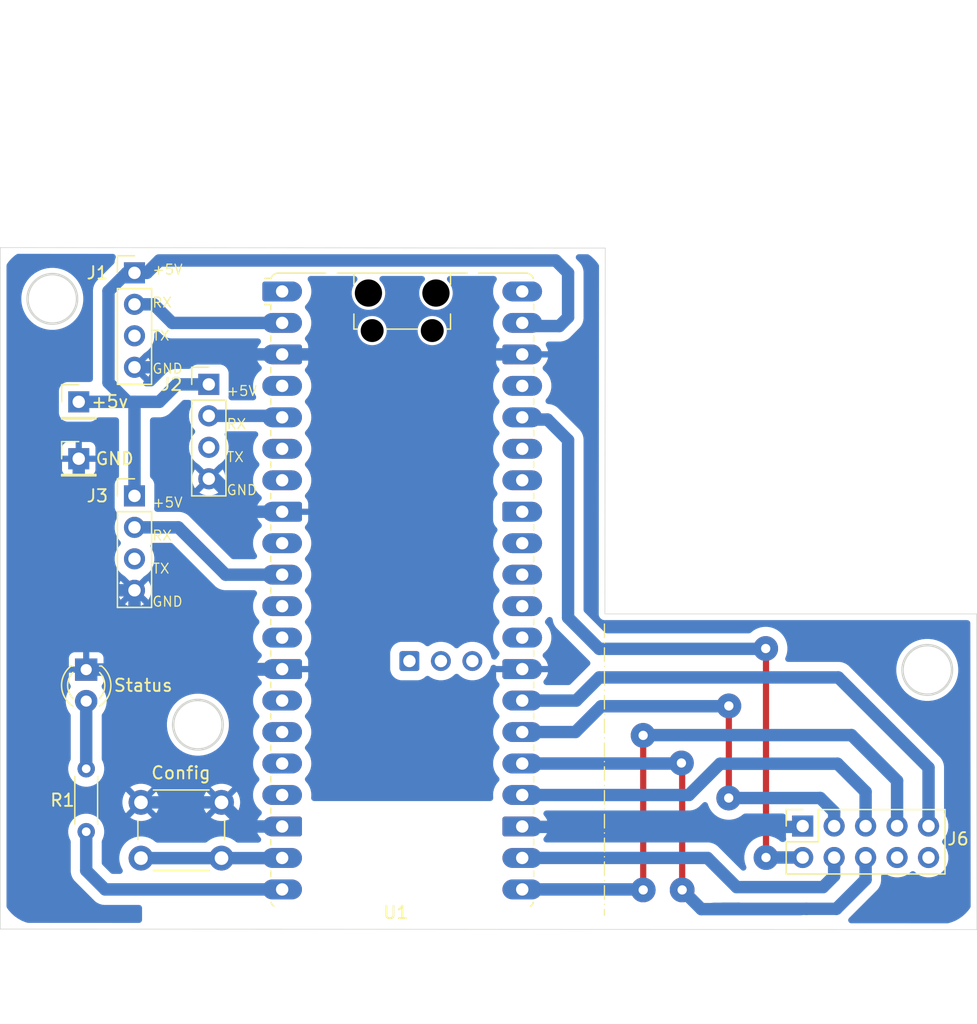
<source format=kicad_pcb>
(kicad_pcb (version 20241229) (generator "pcbnew") (generator_version "9.0")
  (layers (0 "F.Cu" signal) (2 "B.Cu" signal) (13 "F.Paste" user) (15 "B.Paste" user) (5 "F.SilkS" user "F.Silkscreen") (7 "B.SilkS" user "B.Silkscreen") (1 "F.Mask" user) (3 "B.Mask" user) (25 "Edge.Cuts" user))
  (net 0 "")
  (net 1 "/UART1_TX")
  (net 2 "/UART3_RX")
  (net 3 "GND")
  (net 4 "/UART3_TX")
  (net 5 "/UART0_RX")
  (net 6 "/UART0_TX")
  (net 7 "/UART2_RX")
  (net 8 "/UART2_TX")
  (net 9 "+5V")
  (net 10 "/UART1_RX")
  (net 13 "Net-(D1-A)")
  (net 14 "Net-(U1-3V3)")
  (net 15 "Net-(U1-GPIO21)")
  (net 16 "Net-(U1-GPIO19)")
  (net 17 "Net-(U1-GPIO20)")
  (net 18 "Net-(U1-GPIO17)")
  (net 19 "Net-(U1-GPIO16)")
  (net 20 "Net-(U1-GPIO18)")
  (net 21 "Net-(U1-GPIO15)")
  (net 22 "Net-(U1-GPIO14)")
  (footprint "Connector_PinHeader_2.54mm:PinHeader_1x04_P2.54mm_Vertical" (layer "F.Cu") (at 112 100)
    (property "Reference" "J3" (at -3 0 0) (layer "F.SilkS"))
    (property "Value" "Conn_01x04_Pin")
    (fp_line (start -1.38 -1.38) (end 0 -1.38) (stroke (width 0.12)) (layer "F.SilkS"))
    (fp_line (start -1.38 0) (end -1.38 -1.38) (stroke (width 0.12)) (layer "F.SilkS"))
    (fp_line (start -1.38 1.27) (end -1.38 9) (stroke (width 0.12)) (layer "F.SilkS"))
    (fp_line (start -1.38 1.27) (end 1.38 1.27) (stroke (width 0.12)) (layer "F.SilkS"))
    (fp_line (start -1.38 9) (end 1.38 9) (stroke (width 0.12)) (layer "F.SilkS"))
    (fp_line (start 1.38 1.27) (end 1.38 9) (stroke (width 0.12)) (layer "F.SilkS"))
    (pad "1" thru_hole rect (at 0 0) (size 1.7 1.7) (drill 1) (layers "*.Cu" "*.Mask") (net 9 "+5V"))
    (pad "2" thru_hole circle (at 0 2.54) (size 1.7 1.7) (drill 1) (layers "*.Cu" "*.Mask") (net 2 "/UART3_RX"))
    (pad "3" thru_hole circle (at 0 5.08) (size 1.7 1.7) (drill 1) (layers "*.Cu" "*.Mask"))
    (pad "4" thru_hole circle (at 0 7.62) (size 1.7 1.7) (drill 1) (layers "*.Cu" "*.Mask") (net 3 "GND"))
  )
  (footprint "Connector_PinHeader_2.54mm:PinHeader_1x04_P2.54mm_Vertical" (layer "F.Cu") (at 112 82)
    (property "Reference" "J1" (at -3 0 0) (layer "F.SilkS"))
    (property "Value" "Conn_01x04_Pin")
    (fp_line (start -1.38 -1.38) (end 0 -1.38) (stroke (width 0.12)) (layer "F.SilkS"))
    (fp_line (start -1.38 0) (end -1.38 -1.38) (stroke (width 0.12)) (layer "F.SilkS"))
    (fp_line (start -1.38 1.27) (end -1.38 9) (stroke (width 0.12)) (layer "F.SilkS"))
    (fp_line (start -1.38 1.27) (end 1.38 1.27) (stroke (width 0.12)) (layer "F.SilkS"))
    (fp_line (start -1.38 9) (end 1.38 9) (stroke (width 0.12)) (layer "F.SilkS"))
    (fp_line (start 1.38 1.27) (end 1.38 9) (stroke (width 0.12)) (layer "F.SilkS"))
    (pad "1" thru_hole rect (at 0 0) (size 1.7 1.7) (drill 1) (layers "*.Cu" "*.Mask") (net 9 "+5V"))
    (pad "2" thru_hole circle (at 0 2.54) (size 1.7 1.7) (drill 1) (layers "*.Cu" "*.Mask") (net 5 "/UART0_RX"))
    (pad "3" thru_hole circle (at 0 5.08) (size 1.7 1.7) (drill 1) (layers "*.Cu" "*.Mask"))
    (pad "4" thru_hole circle (at 0 7.62) (size 1.7 1.7) (drill 1) (layers "*.Cu" "*.Mask") (net 3 "GND"))
  )
  (footprint "Button_Switch_THT:SW_PUSH_6mm" (layer "F.Cu") (at 112.5244 124.7352)
    (property "Reference" "SW1" (hide yes))
    (property "Value" "Config" (at 3.2234 -2.3834 180) (layer "F.SilkS"))
    (fp_line (start -0.25 1.5) (end -0.25 3) (stroke (width 0.12)) (layer "F.SilkS"))
    (fp_line (start 1 5.5) (end 5.5 5.5) (stroke (width 0.12)) (layer "F.SilkS"))
    (fp_line (start 5.5 -1) (end 1 -1) (stroke (width 0.12)) (layer "F.SilkS"))
    (fp_line (start 6.75 3) (end 6.75 1.5) (stroke (width 0.12)) (layer "F.SilkS"))
    (pad "1" thru_hole circle (at 0 0 90) (size 2 2) (drill 1.1) (layers "*.Cu" "*.Mask") (net 3 "GND"))
    (pad "1" thru_hole circle (at 6.5 0 90) (size 2 2) (drill 1.1) (layers "*.Cu" "*.Mask") (net 3 "GND"))
    (pad "2" thru_hole circle (at 0 4.5 90) (size 2 2) (drill 1.1) (layers "*.Cu" "*.Mask") (net 22 "Net-(U1-GPIO14)"))
    (pad "2" thru_hole circle (at 6.5 4.5 90) (size 2 2) (drill 1.1) (layers "*.Cu" "*.Mask") (net 22 "Net-(U1-GPIO14)"))
  )
  (footprint "Connector_PinSocket_2.54mm:PinSocket_2x05_P2.54mm_Vertical" (layer "F.Cu") (at 165.9382 126.6444 90)
    (property "Reference" "J6" (at -1.04 12.54 180) (layer "F.SilkS"))
    (property "Value" "Conn_02x05_Top_Bottom")
    (fp_line (start 1.33 -1.33) (end 1.33 0) (stroke (width 0.12)) (layer "F.SilkS"))
    (fp_line (start 0 -1.33) (end 1.33 -1.33) (stroke (width 0.12)) (layer "F.SilkS"))
    (fp_line (start -1.27 -1.33) (end -1.27 1.27) (stroke (width 0.12)) (layer "F.SilkS"))
    (fp_line (start -3.87 -1.33) (end -1.27 -1.33) (stroke (width 0.12)) (layer "F.SilkS"))
    (fp_line (start -3.87 -1.33) (end -3.87 11.49) (stroke (width 0.12)) (layer "F.SilkS"))
    (fp_line (start 1.33 1.27) (end 1.33 11.49) (stroke (width 0.12)) (layer "F.SilkS"))
    (fp_line (start -1.27 1.27) (end 1.33 1.27) (stroke (width 0.12)) (layer "F.SilkS"))
    (fp_line (start -3.87 11.49) (end 1.33 11.49) (stroke (width 0.12)) (layer "F.SilkS"))
    (pad "CLKOUT" thru_hole circle (at -2.54 10.16 90) (size 1.7 1.7) (drill 1) (layers "*.Cu" "*.Mask"))
    (pad "CS" thru_hole circle (at -2.54 2.54 90) (size 1.7 1.7) (drill 1) (layers "*.Cu" "*.Mask") (net 18 "Net-(U1-GPIO17)"))
    (pad "GND" thru_hole rect (at 0 0 90) (size 1.7 1.7) (drill 1) (layers "*.Cu" "*.Mask") (net 3 "GND"))
    (pad "INT" thru_hole circle (at 0 10.16 90) (size 1.7 1.7) (drill 1) (layers "*.Cu" "*.Mask") (net 15 "Net-(U1-GPIO21)"))
    (pad "RESET" thru_hole circle (at 0 2.54 90) (size 1.7 1.7) (drill 1) (layers "*.Cu" "*.Mask") (net 17 "Net-(U1-GPIO20)"))
    (pad "SCK" thru_hole circle (at 0 5.08 90) (size 1.7 1.7) (drill 1) (layers "*.Cu" "*.Mask") (net 20 "Net-(U1-GPIO18)"))
    (pad "SI" thru_hole circle (at -2.54 5.08 90) (size 1.7 1.7) (drill 1) (layers "*.Cu" "*.Mask") (net 16 "Net-(U1-GPIO19)"))
    (pad "SO" thru_hole circle (at 0 7.62 90) (size 1.7 1.7) (drill 1) (layers "*.Cu" "*.Mask") (net 19 "Net-(U1-GPIO16)"))
    (pad "VCC" thru_hole circle (at -2.54 0 90) (size 1.7 1.7) (drill 1) (layers "*.Cu" "*.Mask") (net 14 "Net-(U1-3V3)"))
    (pad "WOL" thru_hole circle (at -2.54 7.62 90) (size 1.7 1.7) (drill 1) (layers "*.Cu" "*.Mask"))
  )
  (footprint "Connector_PinHeader_2.54mm:PinHeader_1x01_P2.54mm_Vertical" (layer "F.Cu") (at 107.5 92.41)
    (property "Reference" "+5v" (at 2.5 -0.01 0) (layer "F.SilkS"))
    (property "Value" "OUT+")
    (fp_line (start -1.38 -1.38) (end 0 -1.38) (stroke (width 0.12)) (layer "F.SilkS"))
    (fp_line (start -1.38 0) (end -1.38 -1.38) (stroke (width 0.12)) (layer "F.SilkS"))
    (fp_line (start -1.38 1.27) (end -1.38 1.38) (stroke (width 0.12)) (layer "F.SilkS"))
    (fp_line (start -1.38 1.27) (end 1.38 1.27) (stroke (width 0.12)) (layer "F.SilkS"))
    (fp_line (start -1.38 1.38) (end 1.38 1.38) (stroke (width 0.12)) (layer "F.SilkS"))
    (fp_line (start 1.38 1.27) (end 1.38 1.38) (stroke (width 0.12)) (layer "F.SilkS"))
    (pad "1" thru_hole rect (at 0 0) (size 1.7 1.7) (drill 1) (layers "*.Cu" "*.Mask") (net 9 "+5V"))
  )
  (footprint "Module:RaspberryPi_Pico_W_SMD_HandSolder" (layer "F.Cu") (at 133.61 107.63)
    (property "Reference" "U1" (at -1.61 26 0) (layer "F.SilkS") (effects (justify left)))
    (property "Value" "RaspberryPi_Pico_W")
    (fp_line (start -10.61 -23.07) (end -11.09 -23.07) (stroke (width 0.12)) (layer "F.SilkS"))
    (fp_line (start -10.61 -23.07) (end -10.61 -22.65) (stroke (width 0.12)) (layer "F.SilkS"))
    (fp_line (start -10.61 -20.53) (end -10.61 -20.11) (stroke (width 0.12)) (layer "F.SilkS"))
    (fp_line (start -10.61 -17.99) (end -10.61 -17.57) (stroke (width 0.12)) (layer "F.SilkS"))
    (fp_line (start -10.61 -15.45) (end -10.61 -15.03) (stroke (width 0.12)) (layer "F.SilkS"))
    (fp_line (start -10.61 -12.91) (end -10.61 -12.49) (stroke (width 0.12)) (layer "F.SilkS"))
    (fp_line (start -10.61 -10.37) (end -10.61 -9.95) (stroke (width 0.12)) (layer "F.SilkS"))
    (fp_line (start -10.61 -7.83) (end -10.61 -7.41) (stroke (width 0.12)) (layer "F.SilkS"))
    (fp_line (start -10.61 -5.29) (end -10.61 -4.87) (stroke (width 0.12)) (layer "F.SilkS"))
    (fp_line (start -10.61 -2.75) (end -10.61 -2.33) (stroke (width 0.12)) (layer "F.SilkS"))
    (fp_line (start -10.61 -0.21) (end -10.61 0.21) (stroke (width 0.12)) (layer "F.SilkS"))
    (fp_line (start -10.61 2.33) (end -10.61 2.75) (stroke (width 0.12)) (layer "F.SilkS"))
    (fp_line (start -10.61 4.87) (end -10.61 5.29) (stroke (width 0.12)) (layer "F.SilkS"))
    (fp_line (start -10.61 7.41) (end -10.61 7.83) (stroke (width 0.12)) (layer "F.SilkS"))
    (fp_line (start -10.61 9.95) (end -10.61 10.37) (stroke (width 0.12)) (layer "F.SilkS"))
    (fp_line (start -10.61 12.49) (end -10.61 12.91) (stroke (width 0.12)) (layer "F.SilkS"))
    (fp_line (start -10.61 15.03) (end -10.61 15.45) (stroke (width 0.12)) (layer "F.SilkS"))
    (fp_line (start -10.61 17.57) (end -10.61 17.99) (stroke (width 0.12)) (layer "F.SilkS"))
    (fp_line (start -10.61 20.11) (end -10.61 20.53) (stroke (width 0.12)) (layer "F.SilkS"))
    (fp_line (start -10.61 22.65) (end -10.61 23.07) (stroke (width 0.12)) (layer "F.SilkS"))
    (fp_line (start -10.579676 -25.19) (end -11.09 -25.19) (stroke (width 0.12)) (layer "F.SilkS"))
    (fp_line (start -10 -25.61) (end -7.51 -25.61) (stroke (width 0.12)) (layer "F.SilkS"))
    (fp_line (start -7.51 -25.61) (end -6.16206 -25.61) (stroke (width 0.12)) (layer "F.SilkS"))
    (fp_line (start -5.237939 -25.61) (end -4.235 -25.61) (stroke (width 0.12)) (layer "F.SilkS"))
    (fp_line (start -4.235 -25.61) (end 4.235 -25.61) (stroke (width 0.12)) (layer "F.SilkS"))
    (fp_line (start -3.9 -25.61) (end -3.9 -24.694) (stroke (width 0.12)) (layer "F.SilkS"))
    (fp_line (start -3.9 -22.306) (end -3.9 -21.09) (stroke (width 0.12)) (layer "F.SilkS"))
    (fp_line (start -3.9 -21.09) (end -3.60391 -21.09) (stroke (width 0.12)) (layer "F.SilkS"))
    (fp_line (start -1.24609 -21.09) (end 1.24609 -21.09) (stroke (width 0.12)) (layer "F.SilkS"))
    (fp_line (start 3.60391 -21.09) (end 3.9 -21.09) (stroke (width 0.12)) (layer "F.SilkS"))
    (fp_line (start 3.9 -25.61) (end 3.9 -24.694) (stroke (width 0.12)) (layer "F.SilkS"))
    (fp_line (start 3.9 -22.306) (end 3.9 -21.09) (stroke (width 0.12)) (layer "F.SilkS"))
    (fp_line (start 4.235 -25.61) (end 5.237939 -25.61) (stroke (width 0.12)) (layer "F.SilkS"))
    (fp_line (start 6.162061 -25.61) (end 7.51 -25.61) (stroke (width 0.12)) (layer "F.SilkS"))
    (fp_line (start 10 -25.61) (end 7.51 -25.61) (stroke (width 0.12)) (layer "F.SilkS"))
    (fp_line (start 10.61 -23.07) (end 10.61 -22.65) (stroke (width 0.12)) (layer "F.SilkS"))
    (fp_line (start 10.61 -20.53) (end 10.61 -20.11) (stroke (width 0.12)) (layer "F.SilkS"))
    (fp_line (start 10.61 -17.99) (end 10.61 -17.57) (stroke (width 0.12)) (layer "F.SilkS"))
    (fp_line (start 10.61 -15.45) (end 10.61 -15.03) (stroke (width 0.12)) (layer "F.SilkS"))
    (fp_line (start 10.61 -12.91) (end 10.61 -12.49) (stroke (width 0.12)) (layer "F.SilkS"))
    (fp_line (start 10.61 -10.37) (end 10.61 -9.95) (stroke (width 0.12)) (layer "F.SilkS"))
    (fp_line (start 10.61 -7.83) (end 10.61 -7.41) (stroke (width 0.12)) (layer "F.SilkS"))
    (fp_line (start 10.61 -5.29) (end 10.61 -4.87) (stroke (width 0.12)) (layer "F.SilkS"))
    (fp_line (start 10.61 -2.75) (end 10.61 -2.33) (stroke (width 0.12)) (layer "F.SilkS"))
    (fp_line (start 10.61 -0.21) (end 10.61 0.21) (stroke (width 0.12)) (layer "F.SilkS"))
    (fp_line (start 10.61 2.33) (end 10.61 2.75) (stroke (width 0.12)) (layer "F.SilkS"))
    (fp_line (start 10.61 4.87) (end 10.61 5.29) (stroke (width 0.12)) (layer "F.SilkS"))
    (fp_line (start 10.61 7.41) (end 10.61 7.83) (stroke (width 0.12)) (layer "F.SilkS"))
    (fp_line (start 10.61 9.95) (end 10.61 10.37) (stroke (width 0.12)) (layer "F.SilkS"))
    (fp_line (start 10.61 12.49) (end 10.61 12.91) (stroke (width 0.12)) (layer "F.SilkS"))
    (fp_line (start 10.61 15.03) (end 10.61 15.45) (stroke (width 0.12)) (layer "F.SilkS"))
    (fp_line (start 10.61 17.57) (end 10.61 17.99) (stroke (width 0.12)) (layer "F.SilkS"))
    (fp_line (start 10.61 20.11) (end 10.61 20.53) (stroke (width 0.12)) (layer "F.SilkS"))
    (fp_line (start 10.61 22.65) (end 10.61 23.07) (stroke (width 0.12)) (layer "F.SilkS"))
    (fp_arc (start -10.579676 -25.19) (mid -10.357938 -25.493944) (end -10 -25.61) (stroke (width 0.12)) (layer "F.SilkS"))
    (fp_arc (start -10.363318 25.49) (mid -10.494791 25.356765) (end -10.579676 25.189937) (stroke (width 0.12)) (layer "F.SilkS"))
    (fp_arc (start 10 -25.61) (mid 10.357937 -25.493944) (end 10.579676 -25.189937) (stroke (width 0.12)) (layer "F.SilkS"))
    (fp_arc (start 10.579676 25.189937) (mid 10.494803 25.356773) (end 10.363318 25.49) (stroke (width 0.12)) (layer "F.SilkS"))
    (pad "" smd rect (at -8.89 -24.13) (size 3.8 2.2) (drill (offset -0.8 0)) (layers "F.Paste"))
    (pad "" smd rect (at -8.89 -21.59) (size 3.8 2.2) (drill (offset -0.8 0)) (layers "F.Paste"))
    (pad "" smd rect (at -8.89 -19.05) (size 3.8 2.2) (drill (offset -0.8 0)) (layers "F.Paste"))
    (pad "" smd rect (at -8.89 -16.51) (size 3.8 2.2) (drill (offset -0.8 0)) (layers "F.Paste"))
    (pad "" smd rect (at -8.89 -13.97) (size 3.8 2.2) (drill (offset -0.8 0)) (layers "F.Paste"))
    (pad "" smd rect (at -8.89 -11.43) (size 3.8 2.2) (drill (offset -0.8 0)) (layers "F.Paste"))
    (pad "" smd rect (at -8.89 -8.89) (size 3.8 2.2) (drill (offset -0.8 0)) (layers "F.Paste"))
    (pad "" smd rect (at -8.89 -6.35) (size 3.8 2.2) (drill (offset -0.8 0)) (layers "F.Paste"))
    (pad "" smd rect (at -8.89 -3.81) (size 3.8 2.2) (drill (offset -0.8 0)) (layers "F.Paste"))
    (pad "" smd rect (at -8.89 -1.27) (size 3.8 2.2) (drill (offset -0.8 0)) (layers "F.Paste"))
    (pad "" smd rect (at -8.89 1.27) (size 3.8 2.2) (drill (offset -0.8 0)) (layers "F.Paste"))
    (pad "" smd rect (at -8.89 3.81) (size 3.8 2.2) (drill (offset -0.8 0)) (layers "F.Paste"))
    (pad "" smd rect (at -8.89 6.35) (size 3.8 2.2) (drill (offset -0.8 0)) (layers "F.Paste"))
    (pad "" smd rect (at -8.89 8.89) (size 3.8 2.2) (drill (offset -0.8 0)) (layers "F.Paste"))
    (pad "" smd rect (at -8.89 11.43) (size 3.8 2.2) (drill (offset -0.8 0)) (layers "F.Paste"))
    (pad "" smd rect (at -8.89 13.97) (size 3.8 2.2) (drill (offset -0.8 0)) (layers "F.Paste"))
    (pad "" smd rect (at -8.89 16.51) (size 3.8 2.2) (drill (offset -0.8 0)) (layers "F.Paste"))
    (pad "" smd rect (at -8.89 19.05) (size 3.8 2.2) (drill (offset -0.8 0)) (layers "F.Paste"))
    (pad "" smd rect (at -8.89 21.59) (size 3.8 2.2) (drill (offset -0.8 0)) (layers "F.Paste"))
    (pad "" smd rect (at -8.89 24.13) (size 3.8 2.2) (drill (offset -0.8 0)) (layers "F.Paste"))
    (pad "" np_thru_hole circle (at -2.725 -24) (size 2.2 2.2) (drill 2.2) (layers "*.Mask"))
    (pad "" np_thru_hole circle (at -2.425 -20.97) (size 1.85 1.85) (drill 1.85) (layers "*.Mask"))
    (pad "" np_thru_hole circle (at 2.425 -20.97) (size 1.85 1.85) (drill 1.85) (layers "*.Mask"))
    (pad "" np_thru_hole circle (at 2.725 -24) (size 2.2 2.2) (drill 2.2) (layers "*.Mask"))
    (pad "" smd rect (at 8.89 -24.13) (size 3.8 2.2) (drill (offset 0.8 0)) (layers "F.Paste"))
    (pad "" smd rect (at 8.89 -21.59) (size 3.8 2.2) (drill (offset 0.8 0)) (layers "F.Paste"))
    (pad "" smd rect (at 8.89 -19.05) (size 3.8 2.2) (drill (offset 0.8 0)) (layers "F.Paste"))
    (pad "" smd rect (at 8.89 -16.51) (size 3.8 2.2) (drill (offset 0.8 0)) (layers "F.Paste"))
    (pad "" smd rect (at 8.89 -13.97) (size 3.8 2.2) (drill (offset 0.8 0)) (layers "F.Paste"))
    (pad "" smd rect (at 8.89 -11.43) (size 3.8 2.2) (drill (offset 0.8 0)) (layers "F.Paste"))
    (pad "" smd rect (at 8.89 -8.89) (size 3.8 2.2) (drill (offset 0.8 0)) (layers "F.Paste"))
    (pad "" smd rect (at 8.89 -6.35) (size 3.8 2.2) (drill (offset 0.8 0)) (layers "F.Paste"))
    (pad "" smd rect (at 8.89 -3.81) (size 3.8 2.2) (drill (offset 0.8 0)) (layers "F.Paste"))
    (pad "" smd rect (at 8.89 -1.27) (size 3.8 2.2) (drill (offset 0.8 0)) (layers "F.Paste"))
    (pad "" smd rect (at 8.89 1.27) (size 3.8 2.2) (drill (offset 0.8 0)) (layers "F.Paste"))
    (pad "" smd rect (at 8.89 3.81) (size 3.8 2.2) (drill (offset 0.8 0)) (layers "F.Paste"))
    (pad "" smd rect (at 8.89 6.35) (size 3.8 2.2) (drill (offset 0.8 0)) (layers "F.Paste"))
    (pad "" smd rect (at 8.89 8.89) (size 3.8 2.2) (drill (offset 0.8 0)) (layers "F.Paste"))
    (pad "" smd rect (at 8.89 11.43) (size 3.8 2.2) (drill (offset 0.8 0)) (layers "F.Paste"))
    (pad "" smd rect (at 8.89 13.97) (size 3.8 2.2) (drill (offset 0.8 0)) (layers "F.Paste"))
    (pad "" smd rect (at 8.89 16.51) (size 3.8 2.2) (drill (offset 0.8 0)) (layers "F.Paste"))
    (pad "" smd rect (at 8.89 19.05) (size 3.8 2.2) (drill (offset 0.8 0)) (layers "F.Paste"))
    (pad "" smd rect (at 8.89 21.59) (size 3.8 2.2) (drill (offset 0.8 0)) (layers "F.Paste"))
    (pad "" smd rect (at 8.89 24.13) (size 3.8 2.2) (drill (offset 0.8 0)) (layers "F.Paste"))
    (pad "1" thru_hole custom (at -9.69 -24.13) (size 1.6 0.8) (drill 1) (layers "*.Cu" "F.Mask") (net 6 "/UART0_TX") (options (clearance outline) (anchor rect)) (primitives (gr_circle (center 0.8 0) (end 1.6 0) (width 0) (fill yes)) (gr_poly (pts (xy -1.6 -0.6) (xy -1.6 0.6) (xy -1.4 0.8) (xy 0.8 0.8) (xy 0.8 -0.8) (xy -1.4 -0.8)) (width 0) (fill yes)) (gr_circle (center -1.4 -0.6) (end -1.2 -0.6) (width 0) (fill yes)) (gr_circle (center -1.4 0.6) (end -1.2 0.6) (width 0) (fill yes))))
    (pad "2" thru_hole roundrect (at -9.69 -21.59) (size 3.2 1.6) (drill 1) (layers "*.Cu" "F.Mask") (roundrect_rratio 0.5) (net 5 "/UART0_RX"))
    (pad "3" thru_hole custom (at -9.69 -19.05) (size 1.6 0.8) (drill 1) (layers "*.Cu" "F.Mask") (net 3 "GND") (options (clearance outline) (anchor rect)) (primitives (gr_circle (center -0.8 0) (end 0 0) (width 0) (fill yes)) (gr_poly (pts (xy 1.6 -0.6) (xy 1.6 0.6) (xy 1.4 0.8) (xy -0.8 0.8) (xy -0.8 -0.8) (xy 1.4 -0.8)) (width 0) (fill yes)) (gr_circle (center 1.4 -0.6) (end 1.6 -0.6) (width 0) (fill yes)) (gr_circle (center 1.4 0.6) (end 1.6 0.6) (width 0) (fill yes))))
    (pad "4" thru_hole roundrect (at -9.69 -16.51) (size 3.2 1.6) (drill 1) (layers "*.Cu" "F.Mask") (roundrect_rratio 0.5) (net 8 "/UART2_TX"))
    (pad "5" thru_hole roundrect (at -9.69 -13.97) (size 3.2 1.6) (drill 1) (layers "*.Cu" "F.Mask") (roundrect_rratio 0.5) (net 7 "/UART2_RX"))
    (pad "6" thru_hole roundrect (at -9.69 -11.43) (size 3.2 1.6) (drill 1) (layers "*.Cu" "F.Mask") (roundrect_rratio 0.5) (net 1 "/UART1_TX"))
    (pad "7" thru_hole roundrect (at -9.69 -8.89) (size 3.2 1.6) (drill 1) (layers "*.Cu" "F.Mask") (roundrect_rratio 0.5) (net 10 "/UART1_RX"))
    (pad "8" thru_hole custom (at -9.69 -6.35) (size 1.6 0.8) (drill 1) (layers "*.Cu" "F.Mask") (net 3 "GND") (options (clearance outline) (anchor rect)) (primitives (gr_circle (center -0.8 0) (end 0 0) (width 0) (fill yes)) (gr_poly (pts (xy 1.6 -0.6) (xy 1.6 0.6) (xy 1.4 0.8) (xy -0.8 0.8) (xy -0.8 -0.8) (xy 1.4 -0.8)) (width 0) (fill yes)) (gr_circle (center 1.4 -0.6) (end 1.6 -0.6) (width 0) (fill yes)) (gr_circle (center 1.4 0.6) (end 1.6 0.6) (width 0) (fill yes))))
    (pad "9" thru_hole roundrect (at -9.69 -3.81) (size 3.2 1.6) (drill 1) (layers "*.Cu" "F.Mask") (roundrect_rratio 0.5) (net 4 "/UART3_TX"))
    (pad "10" thru_hole roundrect (at -9.69 -1.27) (size 3.2 1.6) (drill 1) (layers "*.Cu" "F.Mask") (roundrect_rratio 0.5) (net 2 "/UART3_RX"))
    (pad "11" thru_hole roundrect (at -9.69 1.27) (size 3.2 1.6) (drill 1) (layers "*.Cu" "F.Mask") (roundrect_rratio 0.5))
    (pad "12" thru_hole roundrect (at -9.69 3.81) (size 3.2 1.6) (drill 1) (layers "*.Cu" "F.Mask") (roundrect_rratio 0.5))
    (pad "13" thru_hole custom (at -9.69 6.35) (size 1.6 0.8) (drill 1) (layers "*.Cu" "F.Mask") (net 3 "GND") (options (clearance outline) (anchor rect)) (primitives (gr_circle (center -0.8 0) (end 0 0) (width 0) (fill yes)) (gr_poly (pts (xy 1.6 -0.6) (xy 1.6 0.6) (xy 1.4 0.8) (xy -0.8 0.8) (xy -0.8 -0.8) (xy 1.4 -0.8)) (width 0) (fill yes)) (gr_circle (center 1.4 -0.6) (end 1.6 -0.6) (width 0) (fill yes)) (gr_circle (center 1.4 0.6) (end 1.6 0.6) (width 0) (fill yes))))
    (pad "14" thru_hole roundrect (at -9.69 8.89) (size 3.2 1.6) (drill 1) (layers "*.Cu" "F.Mask") (roundrect_rratio 0.5))
    (pad "15" thru_hole roundrect (at -9.69 11.43) (size 3.2 1.6) (drill 1) (layers "*.Cu" "F.Mask") (roundrect_rratio 0.5))
    (pad "16" thru_hole roundrect (at -9.69 13.97) (size 3.2 1.6) (drill 1) (layers "*.Cu" "F.Mask") (roundrect_rratio 0.5))
    (pad "17" thru_hole roundrect (at -9.69 16.51) (size 3.2 1.6) (drill 1) (layers "*.Cu" "F.Mask") (roundrect_rratio 0.5))
    (pad "18" thru_hole custom (at -9.69 19.05) (size 1.6 0.8) (drill 1) (layers "*.Cu" "F.Mask") (net 3 "GND") (options (clearance outline) (anchor rect)) (primitives (gr_circle (center -0.8 0) (end 0 0) (width 0) (fill yes)) (gr_poly (pts (xy 1.6 -0.6) (xy 1.6 0.6) (xy 1.4 0.8) (xy -0.8 0.8) (xy -0.8 -0.8) (xy 1.4 -0.8)) (width 0) (fill yes)) (gr_circle (center 1.4 -0.6) (end 1.6 -0.6) (width 0) (fill yes)) (gr_circle (center 1.4 0.6) (end 1.6 0.6) (width 0) (fill yes))))
    (pad "19" thru_hole roundrect (at -9.69 21.59) (size 3.2 1.6) (drill 1) (layers "*.Cu" "F.Mask") (roundrect_rratio 0.5) (net 22 "Net-(U1-GPIO14)"))
    (pad "20" thru_hole roundrect (at -9.69 24.13) (size 3.2 1.6) (drill 1) (layers "*.Cu" "F.Mask") (roundrect_rratio 0.5) (net 21 "Net-(U1-GPIO15)"))
    (pad "21" thru_hole roundrect (at 9.69 24.13) (size 3.2 1.6) (drill 1) (layers "*.Cu" "F.Mask") (roundrect_rratio 0.5) (net 19 "Net-(U1-GPIO16)"))
    (pad "22" thru_hole roundrect (at 9.69 21.59) (size 3.2 1.6) (drill 1) (layers "*.Cu" "F.Mask") (roundrect_rratio 0.5) (net 18 "Net-(U1-GPIO17)"))
    (pad "23" thru_hole custom (at 9.69 19.05) (size 1.6 0.8) (drill 1) (layers "*.Cu" "F.Mask") (net 3 "GND") (options (clearance outline) (anchor rect)) (primitives (gr_circle (center 0.8 0) (end 1.6 0) (width 0) (fill yes)) (gr_poly (pts (xy -1.6 -0.6) (xy -1.6 0.6) (xy -1.4 0.8) (xy 0.8 0.8) (xy 0.8 -0.8) (xy -1.4 -0.8)) (width 0) (fill yes)) (gr_circle (center -1.4 -0.6) (end -1.2 -0.6) (width 0) (fill yes)) (gr_circle (center -1.4 0.6) (end -1.2 0.6) (width 0) (fill yes))))
    (pad "24" thru_hole roundrect (at 9.69 16.51) (size 3.2 1.6) (drill 1) (layers "*.Cu" "F.Mask") (roundrect_rratio 0.5) (net 20 "Net-(U1-GPIO18)"))
    (pad "25" thru_hole roundrect (at 9.69 13.97) (size 3.2 1.6) (drill 1) (layers "*.Cu" "F.Mask") (roundrect_rratio 0.5) (net 16 "Net-(U1-GPIO19)"))
    (pad "26" thru_hole roundrect (at 9.69 11.43) (size 3.2 1.6) (drill 1) (layers "*.Cu" "F.Mask") (roundrect_rratio 0.5) (net 17 "Net-(U1-GPIO20)"))
    (pad "27" thru_hole roundrect (at 9.69 8.89) (size 3.2 1.6) (drill 1) (layers "*.Cu" "F.Mask") (roundrect_rratio 0.5) (net 15 "Net-(U1-GPIO21)"))
    (pad "28" thru_hole custom (at 9.69 6.35) (size 1.6 0.8) (drill 1) (layers "*.Cu" "F.Mask") (net 3 "GND") (options (clearance outline) (anchor rect)) (primitives (gr_circle (center 0.8 0) (end 1.6 0) (width 0) (fill yes)) (gr_poly (pts (xy -1.6 -0.6) (xy -1.6 0.6) (xy -1.4 0.8) (xy 0.8 0.8) (xy 0.8 -0.8) (xy -1.4 -0.8)) (width 0) (fill yes)) (gr_circle (center -1.4 -0.6) (end -1.2 -0.6) (width 0) (fill yes)) (gr_circle (center -1.4 0.6) (end -1.2 0.6) (width 0) (fill yes))))
    (pad "29" thru_hole roundrect (at 9.69 3.81) (size 3.2 1.6) (drill 1) (layers "*.Cu" "F.Mask") (roundrect_rratio 0.5))
    (pad "30" thru_hole roundrect (at 9.69 1.27) (size 3.2 1.6) (drill 1) (layers "*.Cu" "F.Mask") (roundrect_rratio 0.5))
    (pad "31" thru_hole roundrect (at 9.69 -1.27) (size 3.2 1.6) (drill 1) (layers "*.Cu" "F.Mask") (roundrect_rratio 0.5))
    (pad "32" thru_hole roundrect (at 9.69 -3.81) (size 3.2 1.6) (drill 1) (layers "*.Cu" "F.Mask") (roundrect_rratio 0.5))
    (pad "33" thru_hole custom (at 9.69 -6.35) (size 1.6 0.8) (drill 1) (layers "*.Cu" "F.Mask") (options (clearance outline) (anchor rect)) (primitives (gr_circle (center 0.8 0) (end 1.6 0) (width 0) (fill yes)) (gr_poly (pts (xy -1.6 -0.6) (xy -1.6 0.6) (xy -1.4 0.8) (xy 0.8 0.8) (xy 0.8 -0.8) (xy -1.4 -0.8)) (width 0) (fill yes)) (gr_circle (center -1.4 -0.6) (end -1.2 -0.6) (width 0) (fill yes)) (gr_circle (center -1.4 0.6) (end -1.2 0.6) (width 0) (fill yes))))
    (pad "34" thru_hole roundrect (at 9.69 -8.89) (size 3.2 1.6) (drill 1) (layers "*.Cu" "F.Mask") (roundrect_rratio 0.5))
    (pad "35" thru_hole roundrect (at 9.69 -11.43) (size 3.2 1.6) (drill 1) (layers "*.Cu" "F.Mask") (roundrect_rratio 0.5))
    (pad "36" thru_hole roundrect (at 9.69 -13.97) (size 3.2 1.6) (drill 1) (layers "*.Cu" "F.Mask") (roundrect_rratio 0.5) (net 14 "Net-(U1-3V3)"))
    (pad "37" thru_hole roundrect (at 9.69 -16.51) (size 3.2 1.6) (drill 1) (layers "*.Cu" "F.Mask") (roundrect_rratio 0.5))
    (pad "38" thru_hole custom (at 9.69 -19.05) (size 1.6 0.8) (drill 1) (layers "*.Cu" "F.Mask") (net 3 "GND") (options (clearance outline) (anchor rect)) (primitives (gr_circle (center 0.8 0) (end 1.6 0) (width 0) (fill yes)) (gr_poly (pts (xy -1.6 -0.6) (xy -1.6 0.6) (xy -1.4 0.8) (xy 0.8 0.8) (xy 0.8 -0.8) (xy -1.4 -0.8)) (width 0) (fill yes)) (gr_circle (center -1.4 -0.6) (end -1.2 -0.6) (width 0) (fill yes)) (gr_circle (center -1.4 0.6) (end -1.2 0.6) (width 0) (fill yes))))
    (pad "39" thru_hole roundrect (at 9.69 -21.59) (size 3.2 1.6) (drill 1) (layers "*.Cu" "F.Mask") (roundrect_rratio 0.5) (net 9 "+5V"))
    (pad "40" thru_hole roundrect (at 9.69 -24.13) (size 3.2 1.6) (drill 1) (layers "*.Cu" "F.Mask") (roundrect_rratio 0.5))
    (pad "D1" thru_hole roundrect (at 0.5841 5.7) (size 1.6 1.6) (drill 1) (layers "*.Cu" "*.Mask") (roundrect_rratio 0.125))
    (pad "D2" thru_hole circle (at 3.1241 5.7) (size 1.6 1.6) (drill 1) (layers "*.Cu" "*.Mask"))
    (pad "D3" thru_hole circle (at 5.6641 5.7) (size 1.6 1.6) (drill 1) (layers "*.Cu" "*.Mask"))
    (zone (net 0) (net_name "") (layers "F.Cu" "B.Cu" "F.Paste" "B.Paste") (name "RF Copper Keep Out") (connect_pads (clearance 0)) (min_thickness 0.254)
      (keepout (tracks not_allowed) (vias not_allowed) (pads not_allowed) (copperpour not_allowed) (footprints not_allowed))
      (fill (thermal_gap 0.508) (thermal_bridge_width 0.508))
      (polygon (pts (xy 112.61 132.63) (xy 154.61 132.63) (xy 154.61 142.63) (xy 112.61 142.63)))
    )
    (zone (net 0) (net_name "") (layers "F.Cu" "B.Cu" "F.Paste" "B.Paste") (name "Antenna Copper Keep Out") (connect_pads (clearance 0)) (min_thickness 0.254)
      (keepout (tracks not_allowed) (vias not_allowed) (pads not_allowed) (copperpour not_allowed) (footprints not_allowed))
      (fill (thermal_gap 0.508) (thermal_bridge_width 0.508))
      (polygon (pts (xy 131.21 132.619895) (xy 126.51 128.969895) (xy 126.51 124.63) (xy 140.71 124.63) (xy 140.71 128.969895) (xy 136.01 132.619895) (xy 136.01 132.63) (xy 131.21 132.63)))
    )
  )
  (footprint "Connector_PinHeader_2.54mm:PinHeader_1x04_P2.54mm_Vertical" (layer "F.Cu") (at 118 91)
    (property "Reference" "J2" (at -3 0 0) (layer "F.SilkS"))
    (property "Value" "Conn_01x04_Pin")
    (fp_line (start -1.38 -1.38) (end 0 -1.38) (stroke (width 0.12)) (layer "F.SilkS"))
    (fp_line (start -1.38 0) (end -1.38 -1.38) (stroke (width 0.12)) (layer "F.SilkS"))
    (fp_line (start -1.38 1.27) (end -1.38 9) (stroke (width 0.12)) (layer "F.SilkS"))
    (fp_line (start -1.38 1.27) (end 1.38 1.27) (stroke (width 0.12)) (layer "F.SilkS"))
    (fp_line (start -1.38 9) (end 1.38 9) (stroke (width 0.12)) (layer "F.SilkS"))
    (fp_line (start 1.38 1.27) (end 1.38 9) (stroke (width 0.12)) (layer "F.SilkS"))
    (pad "1" thru_hole rect (at 0 0) (size 1.7 1.7) (drill 1) (layers "*.Cu" "*.Mask") (net 9 "+5V"))
    (pad "2" thru_hole circle (at 0 2.54) (size 1.7 1.7) (drill 1) (layers "*.Cu" "*.Mask") (net 7 "/UART2_RX"))
    (pad "3" thru_hole circle (at 0 5.08) (size 1.7 1.7) (drill 1) (layers "*.Cu" "*.Mask"))
    (pad "4" thru_hole circle (at 0 7.62) (size 1.7 1.7) (drill 1) (layers "*.Cu" "*.Mask") (net 3 "GND"))
  )
  (footprint "Resistor_THT:R_Axial_DIN0204_L3.6mm_D1.6mm_P5.08mm_Horizontal" (layer "F.Cu") (at 108.1024 127.1016 90)
    (property "Reference" "R1" (at 2.54 -1.92 180) (layer "F.SilkS"))
    (property "Value" "330")
    (fp_line (start 0.62 -0.92) (end 4.46 -0.92) (stroke (width 0.12)) (layer "F.SilkS"))
    (fp_line (start 0.62 0.92) (end 4.46 0.92) (stroke (width 0.12)) (layer "F.SilkS"))
    (pad "1" thru_hole circle (at 0 0 90) (size 1.4 1.4) (drill 0.7) (layers "*.Cu" "*.Mask") (net 21 "Net-(U1-GPIO15)"))
    (pad "2" thru_hole circle (at 5.08 0 90) (size 1.4 1.4) (drill 0.7) (layers "*.Cu" "*.Mask") (net 13 "Net-(D1-A)"))
  )
  (footprint "Connector_PinHeader_2.54mm:PinHeader_1x01_P2.54mm_Vertical" (layer "F.Cu") (at 107.5 97)
    (property "Reference" "GND" (at 2.9 0 0) (layer "F.SilkS"))
    (property "Value" "OUT-")
    (fp_line (start -1.38 -1.38) (end 0 -1.38) (stroke (width 0.12)) (layer "F.SilkS"))
    (fp_line (start -1.38 0) (end -1.38 -1.38) (stroke (width 0.12)) (layer "F.SilkS"))
    (fp_line (start -1.38 1.27) (end -1.38 1.38) (stroke (width 0.12)) (layer "F.SilkS"))
    (fp_line (start -1.38 1.27) (end 1.38 1.27) (stroke (width 0.12)) (layer "F.SilkS"))
    (fp_line (start -1.38 1.38) (end 1.38 1.38) (stroke (width 0.12)) (layer "F.SilkS"))
    (fp_line (start 1.38 1.27) (end 1.38 1.38) (stroke (width 0.12)) (layer "F.SilkS"))
    (pad "1" thru_hole rect (at 0 0) (size 1.7 1.7) (drill 1) (layers "*.Cu" "*.Mask") (net 3 "GND"))
  )
  (footprint "LED_THT:LED_D3.0mm" (layer "F.Cu") (at 108.1024 114.0206 -90)
    (property "Reference" "D1" (hide yes))
    (property "Value" "Status" (at 1.27 -4.5974 180) (layer "F.SilkS"))
    (fp_line (start -0.29 1.08) (end -0.29 1.236) (stroke (width 0.12)) (layer "F.SilkS"))
    (fp_line (start -0.29 -1.236) (end -0.29 -1.08) (stroke (width 0.12)) (layer "F.SilkS"))
    (fp_arc (start 2.310961 1.08) (mid 1.27 1.5) (end 0.229039 1.08) (stroke (width 0.12)) (layer "F.SilkS"))
    (fp_arc (start 2.941437 1.08) (mid 1.36566 1.987699) (end -0.29 1.235516) (stroke (width 0.12)) (layer "F.SilkS"))
    (fp_arc (start 0.229039 -1.08) (mid 1.27 -1.5) (end 2.310961 -1.08) (stroke (width 0.12)) (layer "F.SilkS"))
    (fp_arc (start -0.29 -1.235516) (mid 1.36566 -1.987699) (end 2.941437 -1.08) (stroke (width 0.12)) (layer "F.SilkS"))
    (pad "1" thru_hole rect (at 0 0 270) (size 1.8 1.8) (drill 0.9) (layers "*.Cu" "*.Mask") (net 3 "GND"))
    (pad "2" thru_hole circle (at 2.54 0 270) (size 1.8 1.8) (drill 0.9) (layers "*.Cu" "*.Mask") (net 13 "Net-(D1-A)"))
  )
  (gr_line (start 149.935462 110.3376) (end 149.935462 133.837496) (stroke (width 0.1) (type dash_dot)) (layer "F.SilkS"))
  (gr_circle (center 175.9966 114.046) (end 177.9966 114.046) (stroke (width 0.2)) (fill no) (layer "Edge.Cuts"))
  (gr_circle (center 117.1194 118.4656) (end 119.1194 118.4656) (stroke (width 0.2)) (fill no) (layer "Edge.Cuts"))
  (gr_line (start 150 80) (end 101.1682 79.9592) (stroke (width 0.05)) (layer "Edge.Cuts"))
  (gr_line (start 179.973 109.5248) (end 149.973 109.5248) (stroke (width 0.05)) (layer "Edge.Cuts"))
  (gr_line (start 101.1682 134.9592) (end 180 135) (stroke (width 0.05)) (layer "Edge.Cuts"))
  (gr_circle (center 105.3658 84.0994) (end 107.3658 84.0994) (stroke (width 0.2)) (fill no) (layer "Edge.Cuts"))
  (gr_line (start 149.973 109.5248) (end 150 80) (stroke (width 0.05)) (layer "Edge.Cuts"))
  (gr_line (start 101.1682 79.9592) (end 101.1682 134.9592) (stroke (width 0.05)) (layer "Edge.Cuts"))
  (gr_line (start 179.973 109.5248) (end 180 135) (stroke (width 0.05)) (layer "Edge.Cuts"))
  (gr_text "GND" (at 113.38 109 0) (layer "F.SilkS") (effects (font (size 0.8 0.8) (thickness 0.1)) (justify left bottom)))
  (gr_text "GND" (at 113.38 90.2 0) (layer "F.SilkS") (effects (font (size 0.8 0.8) (thickness 0.1)) (justify left bottom)))
  (gr_text "TX" (at 113.38 106.333333 0) (layer "F.SilkS") (effects (font (size 0.8 0.8) (thickness 0.1)) (justify left bottom)))
  (gr_text "TX" (at 113.38 87.533333 0) (layer "F.SilkS") (effects (font (size 0.8 0.8) (thickness 0.1)) (justify left bottom)))
  (gr_text "+5V" (at 113.38 101 0) (layer "F.SilkS") (effects (font (size 0.8 0.8) (thickness 0.1)) (justify left bottom)))
  (gr_text "RX" (at 113.38 103.666667 0) (layer "F.SilkS") (effects (font (size 0.8 0.8) (thickness 0.1)) (justify left bottom)))
  (gr_text "+5V" (at 113.38 82.2 0) (layer "F.SilkS") (effects (font (size 0.8 0.8) (thickness 0.1)) (justify left bottom)))
  (gr_text "+5V" (at 119.38 92 0) (layer "F.SilkS") (effects (font (size 0.8 0.8) (thickness 0.1)) (justify left bottom)))
  (gr_text "GND" (at 119.38 100 0) (layer "F.SilkS") (effects (font (size 0.8 0.8) (thickness 0.1)) (justify left bottom)))
  (gr_text "RX" (at 119.38 94.666667 0) (layer "F.SilkS") (effects (font (size 0.8 0.8) (thickness 0.1)) (justify left bottom)))
  (gr_text "TX" (at 119.38 97.333333 0) (layer "F.SilkS") (effects (font (size 0.8 0.8) (thickness 0.1)) (justify left bottom)))
  (gr_text "RX" (at 113.38 84.866667 0) (layer "F.SilkS") (effects (font (size 0.8 0.8) (thickness 0.1)) (justify left bottom)))
  (segment (start 119.36 106.36) (end 123.92 106.36) (width 1) (layer "B.Cu") (net 2))
  (segment (start 115.54 102.54) (end 119.36 106.36) (width 1) (layer "B.Cu") (net 2))
  (segment (start 112 102.54) (end 115.54 102.54) (width 1) (layer "B.Cu") (net 2))
  (segment (start 112.5244 124.7352) (end 119.0244 124.7352) (width 1) (layer "B.Cu") (net 3))
  (segment (start 114.976288 88.58) (end 123.92 88.58) (width 1) (layer "B.Cu") (net 3))
  (segment (start 143.3 126.68) (end 143.331 126.711) (width 1) (layer "B.Cu") (net 3))
  (segment (start 112 111.5) (end 114.48 113.98) (width 1) (layer "B.Cu") (net 3))
  (segment (start 118.5 98.62) (end 121.16 101.28) (width 1) (layer "B.Cu") (net 3))
  (segment (start 123.8794 114.0206) (end 123.92 113.98) (width 1) (layer "B.Cu") (net 3))
  (segment (start 123.92 113.98) (end 120.02 113.98) (width 1) (layer "B.Cu") (net 3))
  (segment (start 112 89.62) (end 113.936288 89.62) (width 1) (layer "B.Cu") (net 3))
  (segment (start 119.98 113.98) (end 120.02 113.98) (width 1) (layer "B.Cu") (net 3))
  (segment (start 108.1024 114.0206) (end 123.8794 114.0206) (width 1) (layer "B.Cu") (net 3))
  (segment (start 119.0244 124.7352) (end 120.9692 126.68) (width 1) (layer "B.Cu") (net 3))
  (segment (start 110.62 107.62) (end 112 107.62) (width 1) (layer "B.Cu") (net 3))
  (segment (start 144.28 126.96) (end 144 126.68) (width 1) (layer "B.Cu") (net 3))
  (segment (start 108.1024 114.0206) (end 110.4794 114.0206) (width 1) (layer "B.Cu") (net 3))
  (segment (start 143.331 126.711) (end 165.4188 126.711) (width 1) (layer "B.Cu") (net 3))
  (segment (start 144 126.68) (end 143.3 126.68) (width 1) (layer "B.Cu") (net 3))
  (segment (start 123.92 88.58) (end 143.3 88.58) (width 1) (layer "B.Cu") (net 3))
  (segment (start 165.897 126.6856) (end 165.9382 126.6444) (width 1) (layer "B.Cu") (net 3))
  (segment (start 120.02 113.98) (end 120 114) (width 1) (layer "B.Cu") (net 3))
  (segment (start 107.5 97) (end 107.5 104.5) (width 1) (layer "B.Cu") (net 3))
  (segment (start 114.48 113.98) (end 123.92 113.98) (width 1) (layer "B.Cu") (net 3))
  (segment (start 107.5 104.5) (end 110.62 107.62) (width 1) (layer "B.Cu") (net 3))
  (segment (start 112 107.62) (end 112 111.5) (width 1) (layer "B.Cu") (net 3))
  (segment (start 165.6582 126.6546) (end 165.9382 126.9346) (width 1) (layer "B.Cu") (net 3))
  (segment (start 113.936288 89.62) (end 114.976288 88.58) (width 1) (layer "B.Cu") (net 3))
  (segment (start 121.16 101.28) (end 123.92 101.28) (width 1) (layer "B.Cu") (net 3))
  (segment (start 120.9692 126.68) (end 123.92 126.68) (width 1) (layer "B.Cu") (net 3))
  (segment (start 113.54 84.54) (end 115.04 86.04) (width 1) (layer "B.Cu") (net 5))
  (segment (start 112 84.54) (end 113.54 84.54) (width 1) (layer "B.Cu") (net 5))
  (segment (start 115.04 86.04) (end 123.92 86.04) (width 1) (layer "B.Cu") (net 5))
  (segment (start 123.8 93.54) (end 123.92 93.66) (width 1) (layer "B.Cu") (net 7))
  (segment (start 118 93.54) (end 123.8 93.54) (width 1) (layer "B.Cu") (net 7))
  (segment (start 109.899 90.8538) (end 111.4552 92.41) (width 1) (layer "B.Cu") (net 9))
  (segment (start 111.4552 92.41) (end 114 92.41) (width 1) (layer "B.Cu") (net 9))
  (segment (start 112 82) (end 113.001 82) (width 1) (layer "B.Cu") (net 9))
  (segment (start 109.899 83.4712) (end 109.899 90.8538) (width 1) (layer "B.Cu") (net 9))
  (segment (start 115.41 91) (end 114 92.41) (width 1) (layer "B.Cu") (net 9))
  (segment (start 118 91) (end 115.41 91) (width 1) (layer "B.Cu") (net 9))
  (segment (start 111.3702 82) (end 109.899 83.4712) (width 1) (layer "B.Cu") (net 9))
  (segment (start 112 82) (end 111.3702 82) (width 1) (layer "B.Cu") (net 9))
  (segment (start 146.295 86.295) (end 144.185 86.295) (width 1) (layer "B.Cu") (net 9))
  (segment (start 110.5408 92.41) (end 111.4552 92.41) (width 1) (layer "B.Cu") (net 9))
  (segment (start 147 82) (end 147 85.59) (width 1) (layer "B.Cu") (net 9))
  (segment (start 146.001 81.001) (end 147 82) (width 1) (layer "B.Cu") (net 9))
  (segment (start 107.5 92.41) (end 110.5408 92.41) (width 1) (layer "B.Cu") (net 9))
  (segment (start 114 81.001) (end 146.001 81.001) (width 1) (layer "B.Cu") (net 9))
  (segment (start 147 85.59) (end 146.295 86.295) (width 1) (layer "B.Cu") (net 9))
  (segment (start 112 100) (end 112 92.41) (width 1) (layer "B.Cu") (net 9))
  (segment (start 113.001 82) (end 114 81.001) (width 1) (layer "B.Cu") (net 9))
  (segment (start 108.1024 116.5606) (end 108.1024 122.0216) (width 1) (layer "B.Cu") (net 13))
  (segment (start 162.9782 112.5752) (end 162.9782 129.0828) (width 0.5) (layer "F.Cu") (net 14))
  (via (at 162.9782 129.1844) (size 2) (drill 0.75) (layers "F.Cu" "B.Cu") (net 14))
  (via (at 162.953542 112.3188) (size 2) (drill 0.75) (layers "F.Cu" "B.Cu") (net 14))
  (segment (start 162.3441 112.3442) (end 149.5146 112.3442) (width 1) (layer "B.Cu") (net 14))
  (segment (start 162.9782 129.1844) (end 165.9382 129.1844) (width 1) (layer "B.Cu") (net 14))
  (segment (start 145.34 93.84) (end 143.5 93.84) (width 1) (layer "B.Cu") (net 14))
  (segment (start 147 95.5) (end 145.34 93.84) (width 1) (layer "B.Cu") (net 14))
  (segment (start 147 109.8296) (end 147 95.5) (width 1) (layer "B.Cu") (net 14))
  (segment (start 149.5146 112.3442) (end 147 109.8296) (width 1) (layer "B.Cu") (net 14))
  (segment (start 147.6522 116.52) (end 149.5222 114.65) (width 1) (layer "B.Cu") (net 15))
  (segment (start 168.813158 114.65) (end 176.0982 121.935042) (width 1) (layer "B.Cu") (net 15))
  (segment (start 149.5222 114.65) (end 168.813158 114.65) (width 1) (layer "B.Cu") (net 15))
  (segment (start 176.0982 121.935042) (end 176.0982 126.6444) (width 1) (layer "B.Cu") (net 15))
  (segment (start 143.3 116.52) (end 147.6522 116.52) (width 1) (layer "B.Cu") (net 15))
  (segment (start 156.210528 121.579696) (end 156.210528 131.434208) (width 0.5) (layer "F.Cu") (net 16))
  (via (at 156.210528 131.8006) (size 2) (drill 0.75) (layers "F.Cu" "B.Cu") (net 16))
  (via (at 156.149406 121.556924) (size 2) (drill 0.75) (layers "F.Cu" "B.Cu") (net 16))
  (segment (start 158.743559 133.326641) (end 160.7776 133.326641) (width 1) (layer "B.Cu") (net 16))
  (segment (start 156.10633 121.6) (end 156.149406 121.556924) (width 1) (layer "B.Cu") (net 16))
  (segment (start 168.658081 133.326641) (end 166.2386 133.326641) (width 1) (layer "B.Cu") (net 16))
  (segment (start 166.2386 133.326641) (end 160.7776 133.326641) (width 1) (layer "B.Cu") (net 16))
  (segment (start 157.761969 133.352041) (end 165.7604 133.352041) (width 1) (layer "B.Cu") (net 16))
  (segment (start 171.0182 130.966522) (end 168.658081 133.326641) (width 1) (layer "B.Cu") (net 16))
  (segment (start 156.210528 131.8006) (end 157.761969 133.352041) (width 1) (layer "B.Cu") (net 16))
  (segment (start 143.3 121.6) (end 156.10633 121.6) (width 1) (layer "B.Cu") (net 16))
  (segment (start 159.4782 133.326641) (end 160.7776 133.326641) (width 1) (layer "B.Cu") (net 16))
  (segment (start 171.0182 129.1844) (end 171.0182 130.966522) (width 1) (layer "B.Cu") (net 16))
  (segment (start 159.9902 124.4626) (end 159.9782 124.4746) (width 0.5) (layer "F.Cu") (net 17))
  (segment (start 159.9782 116.9512) (end 159.9782 124.4746) (width 0.5) (layer "F.Cu") (net 17))
  (via (at 159.9692 124.3838) (size 2) (drill 0.75) (layers "F.Cu" "B.Cu") (net 17))
  (via (at 159.9782 116.9512) (size 2) (drill 0.75) (layers "F.Cu" "B.Cu") (net 17))
  (segment (start 149.671888 116.9766) (end 147.588488 119.06) (width 1) (layer "B.Cu") (net 17))
  (segment (start 167.3606 124.3838) (end 168.4782 125.5014) (width 1) (layer "B.Cu") (net 17))
  (segment (start 159.3064 116.9766) (end 149.671888 116.9766) (width 1) (layer "B.Cu") (net 17))
  (segment (start 159.9692 124.3838) (end 167.3606 124.3838) (width 1) (layer "B.Cu") (net 17))
  (segment (start 168.4782 125.5014) (end 168.4782 126.6444) (width 1) (layer "B.Cu") (net 17))
  (segment (start 147.588488 119.06) (end 143.3 119.06) (width 1) (layer "B.Cu") (net 17))
  (segment (start 167.57924 131.575641) (end 168.4782 130.676681) (width 1) (layer "B.Cu") (net 18))
  (segment (start 143.3 129.22) (end 158.2522 129.22) (width 1) (layer "B.Cu") (net 18))
  (segment (start 158.2522 129.22) (end 160.607841 131.575641) (width 1) (layer "B.Cu") (net 18))
  (segment (start 160.607841 131.575641) (end 167.57924 131.575641) (width 1) (layer "B.Cu") (net 18))
  (segment (start 168.4782 130.676681) (end 168.4782 129.1844) (width 1) (layer "B.Cu") (net 18))
  (segment (start 153.065792 131.8006) (end 153.065792 119.4458) (width 0.5) (layer "F.Cu") (net 19))
  (via (at 153.065792 131.8006) (size 2) (drill 0.75) (layers "F.Cu" "B.Cu") (net 19))
  (via (at 153.0604 119.3292) (size 2) (drill 0.75) (layers "F.Cu" "B.Cu") (net 19))
  (segment (start 153.025192 131.76) (end 153.065792 131.8006) (width 1) (layer "B.Cu") (net 19))
  (segment (start 143.56 132) (end 143.5 131.94) (width 1) (layer "B.Cu") (net 19))
  (segment (start 173.5582 122.9868) (end 173.5582 126.6444) (width 1) (layer "B.Cu") (net 19))
  (segment (start 153.0604 119.3292) (end 153.083676 119.305924) (width 1) (layer "B.Cu") (net 19))
  (segment (start 153.083676 119.305924) (end 169.877324 119.305924) (width 1) (layer "B.Cu") (net 19))
  (segment (start 169.877324 119.305924) (end 173.5582 122.9868) (width 1) (layer "B.Cu") (net 19))
  (segment (start 143.3 131.76) (end 153.025192 131.76) (width 1) (layer "B.Cu") (net 19))
  (segment (start 156.749725 124.14) (end 159.274525 121.6152) (width 1) (layer "B.Cu") (net 20))
  (segment (start 171.0182 123.8802) (end 171.0182 126.6444) (width 1) (layer "B.Cu") (net 20))
  (segment (start 159.274525 121.6152) (end 168.7532 121.6152) (width 1) (layer "B.Cu") (net 20))
  (segment (start 168.7532 121.6152) (end 171.0182 123.8802) (width 1) (layer "B.Cu") (net 20))
  (segment (start 143.3 124.14) (end 156.749725 124.14) (width 1) (layer "B.Cu") (net 20))
  (segment (start 123.92 131.76) (end 109.6264 131.76) (width 1) (layer "B.Cu") (net 21))
  (segment (start 108.1024 127.1016) (end 108.1024 130.236) (width 1) (layer "B.Cu") (net 21))
  (segment (start 108.1024 130.236) (end 109.6264 131.76) (width 1) (layer "B.Cu") (net 21))
  (segment (start 123.9048 129.2352) (end 123.92 129.22) (width 1) (layer "B.Cu") (net 22))
  (segment (start 112.5244 129.2352) (end 123.9048 129.2352) (width 1) (layer "B.Cu") (net 22))
  (zone (net 3) (net_name "GND") (layer "B.Cu") (priority 1) (connect_pads (clearance 0.5)) (min_thickness 0.5) (fill yes (thermal_gap 0.5) (thermal_bridge_width 0.5) (smoothing fillet) (radius 3))
    (polygon (pts (xy 101.19 79.5756) (xy 149.9746 79.5756) (xy 149.9746 109.5756) (xy 179.9746 109.5756) (xy 179.9746 134.5756) (xy 101.19 134.5756)))
  )
)
</source>
